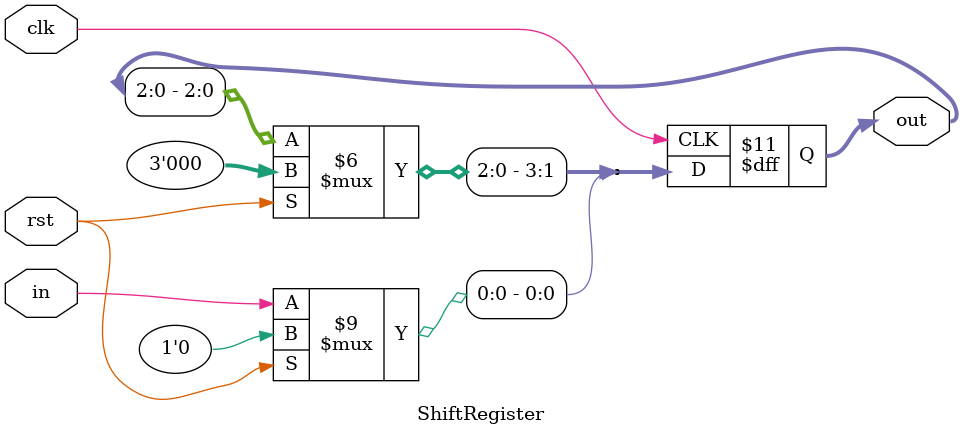
<source format=v>
`timescale 1ns / 1ps

module ShiftRegister(in, out, clk, rst);
    input in, clk, rst;
    output[3:0] out;
    reg[3:0] out;
    
    initial begin
    out =4'b1010;
    end
   
    always@(posedge clk) begin
        if(rst==1)
          out=4'b0000;
        else begin
        out = out<<1;           
        out[0] = in;
        end
   end
endmodule
</source>
